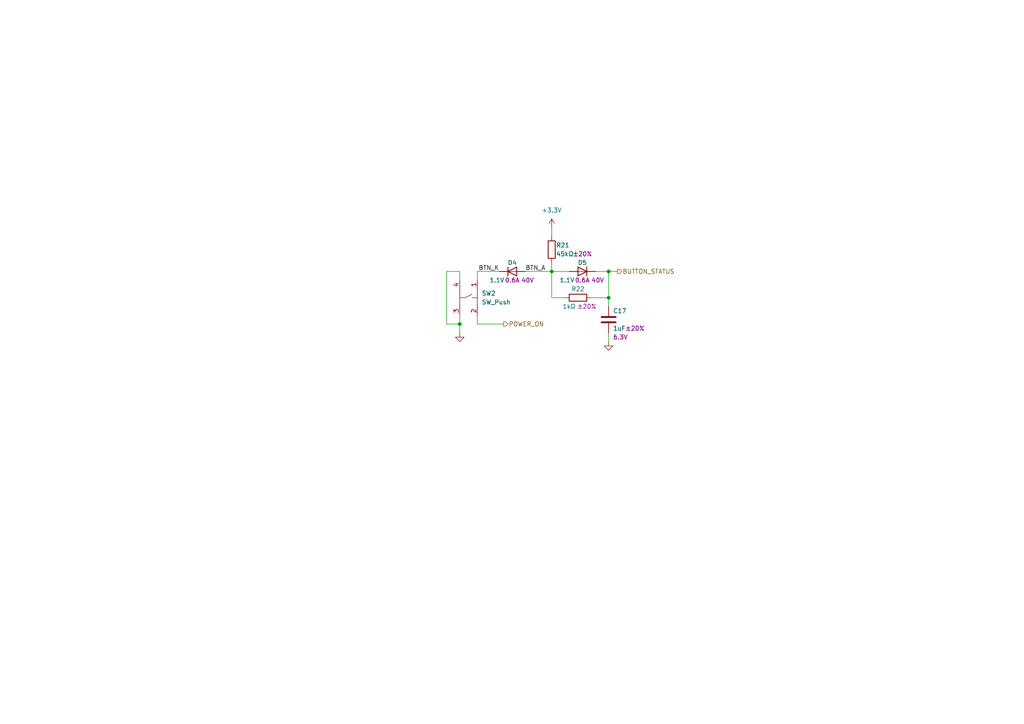
<source format=kicad_sch>
(kicad_sch (version 20230121) (generator eeschema)
  (paper "A4")
  (lib_symbols
    (symbol "Device:C" (pin_numbers hide) (pin_names (offset 0.254))
      (property "Reference" "C" (at 0.635 2.54 0))
      (property "Value" "C" (at 0.635 -2.54 0))
      (symbol "C_0_1"
        (polyline (pts (xy -2.032 -0.762) (xy 2.032 -0.762)) (stroke (width 0.508)))
        (polyline (pts (xy -2.032 0.762) (xy 2.032 0.762)) (stroke (width 0.508)))
      )
      (symbol "C_1_1"
        (pin passive line (at 0 3.81 270) (length 2.794) (name "~") (number "1"))
        (pin passive line (at 0 -3.81 90) (length 2.794) (name "~") (number "2"))
      )
    )
    (symbol "Device:D" (pin_numbers hide) (pin_names (offset 1.016) hide)
      (property "Reference" "D" (at 0 2.54 0))
      (property "Value" "D" (at 0 -2.54 0))
      (symbol "D_0_1"
        (polyline (pts (xy -1.27 1.27) (xy -1.27 -1.27)) (stroke (width 0.254)))
        (polyline (pts (xy 1.27 0) (xy -1.27 0)))
        (polyline (pts (xy 1.27 1.27) (xy 1.27 -1.27) (xy -1.27 0) (xy 1.27 1.27)) (stroke (width 0.254)))
      )
      (symbol "D_1_1"
        (pin passive line (at -3.81 0 0) (length 2.54) (name "K") (number "1"))
        (pin passive line (at 3.81 0 180) (length 2.54) (name "A") (number "2"))
      )
    )
    (symbol "Device:R" (pin_numbers hide) (pin_names (offset 0))
      (property "Reference" "R" (at 2.032 0 90))
      (property "Value" "R" (at 0 0 90))
      (symbol "R_0_1"
        (rectangle (start -1.016 -2.54) (end 1.016 2.54) (stroke (width 0.254)))
      )
      (symbol "R_1_1"
        (pin passive line (at 0 3.81 270) (length 1.27) (name "~") (number "1"))
        (pin passive line (at 0 -3.81 90) (length 1.27) (name "~") (number "2"))
      )
    )
    (symbol "easyeda2kicad:GT-TC025D-H0065-L1" (pin_names hide)
      (property "Reference" "SW" (at 0 6.35 0))
      (property "Value" "GT-TC025D-H0065-L1" (at 0 -6.35 0))
      (symbol "GT-TC025D-H0065-L1_0_1"
        (polyline (pts (xy -2.54 -2.54) (xy 2.54 -2.54)))
        (polyline (pts (xy -2.54 2.54) (xy 2.54 2.54)))
        (polyline (pts (xy 0 2.54) (xy 0 1.02)))
        (polyline (pts (xy 2.03 2.54) (xy 2.54 2.54)))
        (polyline (pts (xy 0 -2.54) (xy 0 -1.02) (xy -1.02 1.02)))
      )
      (symbol "GT-TC025D-H0065-L1_1_1"
        (pin passive line (at -5.08 2.54 0) (length 2.54) (name "1") (number "1"))
        (pin passive line (at 5.08 2.54 180) (length 2.54) (name "2") (number "2"))
        (pin passive line (at 5.08 -2.54 180) (length 2.54) (name "3") (number "3"))
        (pin passive line (at -5.08 -2.54 0) (length 2.54) (name "4") (number "4"))
      )
    )
    (symbol "power:+3.3V" (power) (pin_names (offset 0))
      (property "Value" "+3.3V" (at 0 3.556 0))
      (symbol "+3.3V_0_1"
        (polyline (pts (xy -0.762 1.27) (xy 0 2.54)))
        (polyline (pts (xy 0 0) (xy 0 2.54)))
        (polyline (pts (xy 0 2.54) (xy 0.762 1.27)))
      )
      (symbol "+3.3V_1_1"
        (pin power_in line (at 0 0 90) (length 0) hide (name "+3.3V") (number "1"))
      )
    )
    (symbol "power:GND" (power) (pin_names (offset 0))
      (property "Value" "GND" (at 0 -3.81 0))
      (symbol "GND_0_1"
        (polyline (pts (xy 0 0) (xy 0 -1.27) (xy 1.27 -1.27) (xy 0 -2.54) (xy -1.27 -1.27) (xy 0 -1.27)))
      )
      (symbol "GND_1_1"
        (pin power_in line (at 0 0 270) (length 0) hide (name "GND") (number "1"))
      )
    )
  )
  (junction (at 176.53 86.36))
  (junction (at 176.53 78.74))
  (junction (at 160.02 78.74))
  (junction (at 133.35 93.98))
  (wire (pts (xy 160.02 78.74) (xy 160.02 86.36)))
  (wire (pts (xy 138.43 81.28) (xy 138.43 78.74)))
  (wire (pts (xy 138.43 78.74) (xy 144.78 78.74)))
  (wire (pts (xy 133.35 93.98) (xy 129.54 93.98)))
  (wire (pts (xy 133.35 78.74) (xy 129.54 78.74)))
  (wire (pts (xy 133.35 91.44) (xy 133.35 93.98)))
  (wire (pts (xy 138.43 91.44) (xy 138.43 93.98)))
  (wire (pts (xy 133.35 93.98) (xy 133.35 96.52)))
  (wire (pts (xy 138.43 93.98) (xy 146.05 93.98)))
  (wire (pts (xy 129.54 78.74) (xy 129.54 93.98)))
  (wire (pts (xy 160.02 76.2) (xy 160.02 78.74)))
  (wire (pts (xy 133.35 81.28) (xy 133.35 78.74)))
  (wire (pts (xy 160.02 86.36) (xy 163.83 86.36)))
  (wire (pts (xy 171.45 86.36) (xy 176.53 86.36)))
  (wire (pts (xy 176.53 78.74) (xy 176.53 86.36)))
  (wire (pts (xy 160.02 78.74) (xy 165.1 78.74)))
  (wire (pts (xy 160.02 68.58) (xy 160.02 66.04)))
  (wire (pts (xy 152.4 78.74) (xy 160.02 78.74)))
  (wire (pts (xy 176.53 96.52) (xy 176.53 99.06)))
  (wire (pts (xy 176.53 86.36) (xy 176.53 88.9)))
  (wire (pts (xy 176.53 78.74) (xy 179.07 78.74)))
  (wire (pts (xy 172.72 78.74) (xy 176.53 78.74)))
  (label "BTN_K" (at 144.78 78.74 180))
  (label "BTN_A" (at 152.4 78.74 0))
  (hierarchical_label "POWER_ON" (shape output) (at 146.05 93.98 0))
  (hierarchical_label "BUTTON_STATUS" (shape output) (at 179.07 78.74 0))
  (symbol (lib_id "power:GND") (at 176.53 99.06 0) (unit 1)
    (property "Reference" "#PWR054" (effects hide))
    (property "Value" "GND" (effects hide))
  )
  (symbol (lib_id "Device:D") (at 168.91 78.74 0) (mirror y) (unit 1)
    (property "Reference" "D5" (at 168.91 76.2 0))
    (property "Value" "1.1V" (at 164.465 81.28 0))
    (property "Footprint" "easyeda2kicad:SOD-882_L1.0-W0.6-RD" (effects hide))
    (property "Sim.Device" "D" (effects hide))
    (property "Sim.Pins" "1=K 2=A" (effects hide))
    (property "Reverse Voltage" "40V" (at 173.355 81.28 0))
    (property "Forward Current" "0.6A" (at 168.91 81.28 0))
    (property "Part" "LMBR4010BST5G" (effects hide))
    (property "LCSC Part" "C2912031" (effects hide))
  )
  (symbol (lib_id "Device:D") (at 148.59 78.74 0) (unit 1)
    (property "Reference" "D4" (at 148.59 76.2 0))
    (property "Value" "1.1V" (at 144.145 81.28 0))
    (property "Footprint" "easyeda2kicad:SOD-882_L1.0-W0.6-RD" (effects hide))
    (property "Sim.Device" "D" (effects hide))
    (property "Sim.Pins" "1=K 2=A" (effects hide))
    (property "Reverse Voltage" "40V" (at 153.035 81.28 0))
    (property "Forward Current" "0.6A" (at 148.59 81.28 0))
    (property "Part" "LMBR4010BST5G" (effects hide))
    (property "LCSC Part" "C2912031" (effects hide))
  )
  (symbol (lib_id "Device:R") (at 167.64 86.36 90) (mirror x) (unit 1)
    (property "Reference" "R22" (at 167.64 83.82 90))
    (property "Value" "1kΩ" (at 165.1 88.9 90))
    (property "Footprint" "Resistor_SMD:R_0201_0603Metric" (effects hide))
    (property "Tolerance" "±20%" (at 170.18 88.9 90))
    (property "LCSC Part" "C102689" (effects hide))
    (property "Sim.Device" "R" (effects hide))
    (property "Sim.Params" "r=1k" (effects hide))
    (property "Sim.Pins" "1=+ 2=-" (effects hide))
  )
  (symbol (lib_id "power:GND") (at 133.35 96.52 0) (unit 1)
    (property "Reference" "#PWR052" (effects hide))
    (property "Value" "GND" (effects hide))
  )
  (symbol (lib_id "easyeda2kicad:GT-TC025D-H0065-L1") (at 135.89 86.36 270) (unit 1)
    (property "Reference" "SW2" (at 139.7 85.09 90) (effects (justify left)))
    (property "Value" "SW_Push" (at 139.7 87.63 90) (effects (justify left)))
    (property "Footprint" "easyeda2kicad:SW-SMD_4P-L3.0-W2.6-P1.80-LS3.4-TL" (effects hide))
    (property "Datasheet" "https://lcsc.com/product-detail/Tactile-Switches_G-Switch-GT-TC025D-H0065-L1_C778132.html" (effects hide))
    (property "LCSC Part" "C778132" (effects hide))
    (property "Sim.Device" "SUBCKT" (effects hide))
    (property "Sim.Pins" "1=1 2=2 3=3 4=4" (effects hide))
    (property "Sim.Library" "lib/GT-TC025D-H0065-L1.spice.txt" (effects hide))
    (property "Sim.Name" "GT-TC025D-H0065-L1" (effects hide))
  )
  (symbol (lib_id "Device:R") (at 160.02 72.39 0) (mirror x) (unit 1)
    (property "Reference" "R21" (at 161.29 71.12 0) (effects (justify left)))
    (property "Value" "45kΩ" (at 161.29 73.66 0) (effects (justify left)))
    (property "Footprint" "Resistor_SMD:R_0201_0603Metric" (effects hide))
    (property "Tolerance" "±20%" (at 168.91 73.66 0))
    (property "LCSC Part" "C423419" (effects hide))
    (property "Sim.Device" "R" (effects hide))
    (property "Sim.Params" "r=45k" (effects hide))
    (property "Sim.Pins" "1=+ 2=-" (effects hide))
  )
  (symbol (lib_id "Device:C") (at 176.53 92.71 0) (unit 1)
    (property "Reference" "C17" (at 177.8 90.17 0) (effects (justify left)))
    (property "Value" "1uF" (at 177.8 95.25 0) (effects (justify left)))
    (property "Footprint" "Capacitor_SMD:C_0201_0603Metric" (effects hide))
    (property "Voltage" "6.3V" (at 177.8 97.79 0) (effects (justify left)))
    (property "Tolerance" "±20%" (at 184.15 95.25 0))
    (property "LCSC Part" "C53067" (effects hide))
    (property "Sim.Device" "C" (effects hide))
    (property "Sim.Params" "c=1u" (effects hide))
    (property "Sim.Pins" "1=+ 2=-" (effects hide))
  )
  (symbol (lib_id "power:+3.3V") (at 160.02 66.04 0) (unit 1)
    (property "Reference" "#PWR053" (effects hide))
    (property "Value" "+3.3V" (at 160.02 60.96 0))
  )
)
</source>
